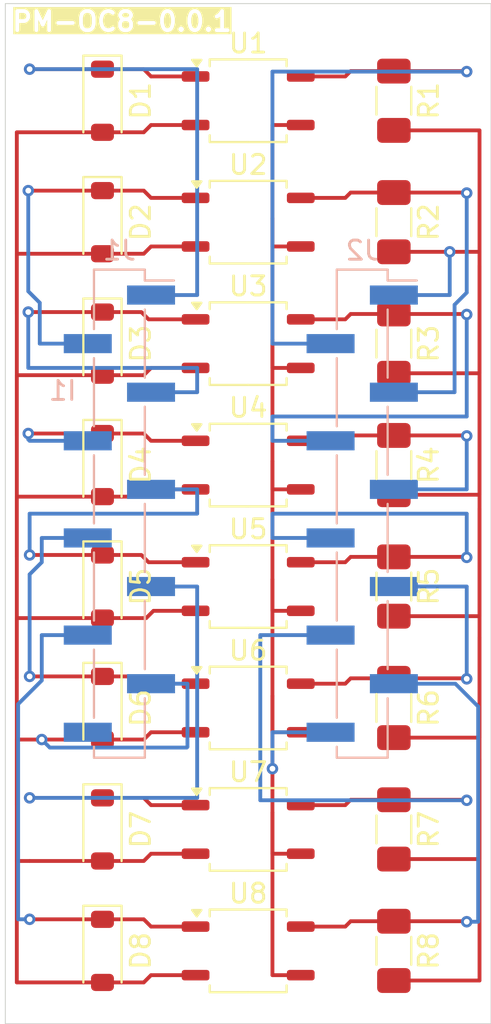
<source format=kicad_pcb>
(kicad_pcb (version 20240108) (generator "pcbnew") (generator_version "8.0")
  (layers (0 "F.Cu" signal) (31 "B.Cu" signal) (34 "B.Paste" user) (35 "F.Paste" user) (36 "B.SilkS" user "B.Silkscreen") (37 "F.SilkS" user "F.Silkscreen") (38 "B.Mask" user) (39 "F.Mask" user) (44 "Edge.Cuts" user))
  (net 0 "")
  (net 1 "Net-(D1-K)")
  (net 2 "Net-(D1-A)")
  (net 4 "+5V")
  (net 5 "Net-(J2-Pin_2)")
  (net 6 "GND")
  (net 7 "Net-(D2-K)")
  (net 8 "Net-(J2-Pin_3)")
  (net 9 "Net-(D3-K)")
  (net 10 "Net-(J2-Pin_4)")
  (net 11 "Net-(D4-K)")
  (net 12 "Net-(J2-Pin_5)")
  (net 13 "Net-(D5-K)")
  (net 14 "Net-(J2-Pin_6)")
  (net 15 "Net-(D6-K)")
  (net 16 "Net-(J2-Pin_7)")
  (net 17 "Net-(D7-K)")
  (net 18 "Net-(J2-Pin_8)")
  (net 19 "Net-(D8-K)")
  (net 20 "Net-(J2-Pin_9)")
  (footprint "Diode_SMD:D_SOD-123" (layer "F.Cu") (at 106.68 100.33 -90)
    (property "Reference" "D4" (at 0 -2 90) (layer "F.SilkS"))
    (property "Value" "1N4148W")
    (fp_line (start -2.36 1) (end 1.65 1) (stroke (width 0.12)) (layer "F.SilkS"))
    (fp_line (start -2.36 -1) (end -2.36 1) (stroke (width 0.12)) (layer "F.SilkS"))
    (fp_line (start -2.36 -1) (end 1.65 -1) (stroke (width 0.12)) (layer "F.SilkS"))
    (pad "1" smd roundrect (at -1.65 0 270) (size 0.9 1.2) (layers "F.Cu" "F.Paste" "F.Mask") (net 11 "Net-(D4-K)"))
    (pad "2" smd roundrect (at 1.65 0 270) (size 0.9 1.2) (layers "F.Cu" "F.Paste" "F.Mask") (net 2 "Net-(D1-A)"))
  )
  (footprint "Package_SO:SOP-4_3.8x4.1mm_P2.54mm" (layer "F.Cu") (at 114.3 106.68)
    (property "Reference" "U5" (at 0 -3 0) (layer "F.SilkS"))
    (property "Value" "PC817")
    (fp_line (start -2.01 -2.16) (end -2.01 -1.805) (stroke (width 0.12)) (layer "F.SilkS"))
    (fp_line (start -2.01 2.16) (end -2.01 1.805) (stroke (width 0.12)) (layer "F.SilkS"))
    (fp_line (start 0 -2.16) (end -2.01 -2.16) (stroke (width 0.12)) (layer "F.SilkS"))
    (fp_line (start 0 -2.16) (end 2.01 -2.16) (stroke (width 0.12)) (layer "F.SilkS"))
    (fp_line (start 0 2.16) (end -2.01 2.16) (stroke (width 0.12)) (layer "F.SilkS"))
    (fp_line (start 0 2.16) (end 2.01 2.16) (stroke (width 0.12)) (layer "F.SilkS"))
    (fp_line (start 2.01 -2.16) (end 2.01 -1.805) (stroke (width 0.12)) (layer "F.SilkS"))
    (fp_line (start 2.01 2.16) (end 2.01 1.805) (stroke (width 0.12)) (layer "F.SilkS"))
    (fp_poly (pts (xy -2.6875 -1.805) (xy -2.9275 -2.135) (xy -2.4475 -2.135) (xy -2.6875 -1.805)) (stroke (width 0.12)) (fill solid) (layer "F.SilkS"))
    (pad "1" smd roundrect (at -2.75 -1.27) (size 1.45 0.55) (layers "F.Cu" "F.Paste" "F.Mask") (net 13 "Net-(D5-K)"))
    (pad "2" smd roundrect (at -2.75 1.27) (size 1.45 0.55) (layers "F.Cu" "F.Paste" "F.Mask") (net 2 "Net-(D1-A)"))
    (pad "3" smd roundrect (at 2.75 1.27) (size 1.45 0.55) (layers "F.Cu" "F.Paste" "F.Mask") (net 6 "GND"))
    (pad "4" smd roundrect (at 2.75 -1.27) (size 1.45 0.55) (layers "F.Cu" "F.Paste" "F.Mask") (net 14 "Net-(J2-Pin_6)"))
  )
  (footprint "Diode_SMD:D_SOD-123" (layer "F.Cu") (at 106.68 87.63 -90)
    (property "Reference" "D2" (at 0 -2 90) (layer "F.SilkS"))
    (property "Value" "1N4148W")
    (fp_line (start -2.36 1) (end 1.65 1) (stroke (width 0.12)) (layer "F.SilkS"))
    (fp_line (start -2.36 -1) (end -2.36 1) (stroke (width 0.12)) (layer "F.SilkS"))
    (fp_line (start -2.36 -1) (end 1.65 -1) (stroke (width 0.12)) (layer "F.SilkS"))
    (pad "1" smd roundrect (at -1.65 0 270) (size 0.9 1.2) (layers "F.Cu" "F.Paste" "F.Mask") (net 7 "Net-(D2-K)"))
    (pad "2" smd roundrect (at 1.65 0 270) (size 0.9 1.2) (layers "F.Cu" "F.Paste" "F.Mask") (net 2 "Net-(D1-A)"))
  )
  (footprint "Diode_SMD:D_SOD-123" (layer "F.Cu") (at 106.68 81.28 -90)
    (property "Reference" "D1" (at 0 -2 90) (layer "F.SilkS"))
    (property "Value" "1N4148W")
    (fp_line (start -2.36 1) (end 1.65 1) (stroke (width 0.12)) (layer "F.SilkS"))
    (fp_line (start -2.36 -1) (end -2.36 1) (stroke (width 0.12)) (layer "F.SilkS"))
    (fp_line (start -2.36 -1) (end 1.65 -1) (stroke (width 0.12)) (layer "F.SilkS"))
    (pad "1" smd roundrect (at -1.65 0 270) (size 0.9 1.2) (layers "F.Cu" "F.Paste" "F.Mask") (net 1 "Net-(D1-K)"))
    (pad "2" smd roundrect (at 1.65 0 270) (size 0.9 1.2) (layers "F.Cu" "F.Paste" "F.Mask") (net 2 "Net-(D1-A)"))
  )
  (footprint "Package_SO:SOP-4_3.8x4.1mm_P2.54mm" (layer "F.Cu") (at 114.3 119.38)
    (property "Reference" "U7" (at 0 -3 0) (layer "F.SilkS"))
    (property "Value" "PC817")
    (fp_line (start -2.01 -2.16) (end -2.01 -1.805) (stroke (width 0.12)) (layer "F.SilkS"))
    (fp_line (start -2.01 2.16) (end -2.01 1.805) (stroke (width 0.12)) (layer "F.SilkS"))
    (fp_line (start 0 -2.16) (end -2.01 -2.16) (stroke (width 0.12)) (layer "F.SilkS"))
    (fp_line (start 0 -2.16) (end 2.01 -2.16) (stroke (width 0.12)) (layer "F.SilkS"))
    (fp_line (start 0 2.16) (end -2.01 2.16) (stroke (width 0.12)) (layer "F.SilkS"))
    (fp_line (start 0 2.16) (end 2.01 2.16) (stroke (width 0.12)) (layer "F.SilkS"))
    (fp_line (start 2.01 -2.16) (end 2.01 -1.805) (stroke (width 0.12)) (layer "F.SilkS"))
    (fp_line (start 2.01 2.16) (end 2.01 1.805) (stroke (width 0.12)) (layer "F.SilkS"))
    (fp_poly (pts (xy -2.6875 -1.805) (xy -2.9275 -2.135) (xy -2.4475 -2.135) (xy -2.6875 -1.805)) (stroke (width 0.12)) (fill solid) (layer "F.SilkS"))
    (pad "1" smd roundrect (at -2.75 -1.27) (size 1.45 0.55) (layers "F.Cu" "F.Paste" "F.Mask") (net 17 "Net-(D7-K)"))
    (pad "2" smd roundrect (at -2.75 1.27) (size 1.45 0.55) (layers "F.Cu" "F.Paste" "F.Mask") (net 2 "Net-(D1-A)"))
    (pad "3" smd roundrect (at 2.75 1.27) (size 1.45 0.55) (layers "F.Cu" "F.Paste" "F.Mask") (net 6 "GND"))
    (pad "4" smd roundrect (at 2.75 -1.27) (size 1.45 0.55) (layers "F.Cu" "F.Paste" "F.Mask") (net 18 "Net-(J2-Pin_8)"))
  )
  (footprint "Package_SO:SOP-4_3.8x4.1mm_P2.54mm" (layer "F.Cu") (at 114.3 125.73)
    (property "Reference" "U8" (at 0 -3 0) (layer "F.SilkS"))
    (property "Value" "PC817")
    (fp_line (start -2.01 -2.16) (end -2.01 -1.805) (stroke (width 0.12)) (layer "F.SilkS"))
    (fp_line (start -2.01 2.16) (end -2.01 1.805) (stroke (width 0.12)) (layer "F.SilkS"))
    (fp_line (start 0 -2.16) (end -2.01 -2.16) (stroke (width 0.12)) (layer "F.SilkS"))
    (fp_line (start 0 -2.16) (end 2.01 -2.16) (stroke (width 0.12)) (layer "F.SilkS"))
    (fp_line (start 0 2.16) (end -2.01 2.16) (stroke (width 0.12)) (layer "F.SilkS"))
    (fp_line (start 0 2.16) (end 2.01 2.16) (stroke (width 0.12)) (layer "F.SilkS"))
    (fp_line (start 2.01 -2.16) (end 2.01 -1.805) (stroke (width 0.12)) (layer "F.SilkS"))
    (fp_line (start 2.01 2.16) (end 2.01 1.805) (stroke (width 0.12)) (layer "F.SilkS"))
    (fp_poly (pts (xy -2.6875 -1.805) (xy -2.9275 -2.135) (xy -2.4475 -2.135) (xy -2.6875 -1.805)) (stroke (width 0.12)) (fill solid) (layer "F.SilkS"))
    (pad "1" smd roundrect (at -2.75 -1.27) (size 1.45 0.55) (layers "F.Cu" "F.Paste" "F.Mask") (net 19 "Net-(D8-K)"))
    (pad "2" smd roundrect (at -2.75 1.27) (size 1.45 0.55) (layers "F.Cu" "F.Paste" "F.Mask") (net 2 "Net-(D1-A)"))
    (pad "3" smd roundrect (at 2.75 1.27) (size 1.45 0.55) (layers "F.Cu" "F.Paste" "F.Mask") (net 6 "GND"))
    (pad "4" smd roundrect (at 2.75 -1.27) (size 1.45 0.55) (layers "F.Cu" "F.Paste" "F.Mask") (net 20 "Net-(J2-Pin_9)"))
  )
  (footprint "Resistor_SMD:R_1206_3216Metric_Pad1.30x1.75mm_HandSolder" (layer "F.Cu") (at 121.92 113.03 -90)
    (property "Reference" "R6" (at 0 -1.82 90) (layer "F.SilkS"))
    (property "Value" "10k")
    (fp_line (start -0.727064 0.91) (end 0.727064 0.91) (stroke (width 0.12)) (layer "F.SilkS"))
    (fp_line (start -0.727064 -0.91) (end 0.727064 -0.91) (stroke (width 0.12)) (layer "F.SilkS"))
    (pad "1" smd roundrect (at -1.55 0 270) (size 1.3 1.75) (layers "F.Cu" "F.Paste" "F.Mask") (roundrect_rratio 0.192308) (net 16 "Net-(J2-Pin_7)"))
    (pad "2" smd roundrect (at 1.55 0 270) (size 1.3 1.75) (layers "F.Cu" "F.Paste" "F.Mask") (roundrect_rratio 0.192308) (net 4 "+5V"))
  )
  (footprint "Package_SO:SOP-4_3.8x4.1mm_P2.54mm" (layer "F.Cu") (at 114.3 113.03)
    (property "Reference" "U6" (at 0 -3 0) (layer "F.SilkS"))
    (property "Value" "PC817")
    (fp_line (start -2.01 -2.16) (end -2.01 -1.805) (stroke (width 0.12)) (layer "F.SilkS"))
    (fp_line (start -2.01 2.16) (end -2.01 1.805) (stroke (width 0.12)) (layer "F.SilkS"))
    (fp_line (start 0 -2.16) (end -2.01 -2.16) (stroke (width 0.12)) (layer "F.SilkS"))
    (fp_line (start 0 -2.16) (end 2.01 -2.16) (stroke (width 0.12)) (layer "F.SilkS"))
    (fp_line (start 0 2.16) (end -2.01 2.16) (stroke (width 0.12)) (layer "F.SilkS"))
    (fp_line (start 0 2.16) (end 2.01 2.16) (stroke (width 0.12)) (layer "F.SilkS"))
    (fp_line (start 2.01 -2.16) (end 2.01 -1.805) (stroke (width 0.12)) (layer "F.SilkS"))
    (fp_line (start 2.01 2.16) (end 2.01 1.805) (stroke (width 0.12)) (layer "F.SilkS"))
    (fp_poly (pts (xy -2.6875 -1.805) (xy -2.9275 -2.135) (xy -2.4475 -2.135) (xy -2.6875 -1.805)) (stroke (width 0.12)) (fill solid) (layer "F.SilkS"))
    (pad "1" smd roundrect (at -2.75 -1.27) (size 1.45 0.55) (layers "F.Cu" "F.Paste" "F.Mask") (net 15 "Net-(D6-K)"))
    (pad "2" smd roundrect (at -2.75 1.27) (size 1.45 0.55) (layers "F.Cu" "F.Paste" "F.Mask") (net 2 "Net-(D1-A)"))
    (pad "3" smd roundrect (at 2.75 1.27) (size 1.45 0.55) (layers "F.Cu" "F.Paste" "F.Mask") (net 6 "GND"))
    (pad "4" smd roundrect (at 2.75 -1.27) (size 1.45 0.55) (layers "F.Cu" "F.Paste" "F.Mask") (net 16 "Net-(J2-Pin_7)"))
  )
  (footprint "Resistor_SMD:R_1206_3216Metric_Pad1.30x1.75mm_HandSolder" (layer "F.Cu") (at 121.92 119.38 -90)
    (property "Reference" "R7" (at 0 -1.82 90) (layer "F.SilkS"))
    (property "Value" "10k")
    (fp_line (start -0.727064 0.91) (end 0.727064 0.91) (stroke (width 0.12)) (layer "F.SilkS"))
    (fp_line (start -0.727064 -0.91) (end 0.727064 -0.91) (stroke (width 0.12)) (layer "F.SilkS"))
    (pad "1" smd roundrect (at -1.55 0 270) (size 1.3 1.75) (layers "F.Cu" "F.Paste" "F.Mask") (roundrect_rratio 0.192308) (net 18 "Net-(J2-Pin_8)"))
    (pad "2" smd roundrect (at 1.55 0 270) (size 1.3 1.75) (layers "F.Cu" "F.Paste" "F.Mask") (roundrect_rratio 0.192308) (net 4 "+5V"))
  )
  (footprint "Resistor_SMD:R_1206_3216Metric_Pad1.30x1.75mm_HandSolder" (layer "F.Cu") (at 121.92 87.63 -90)
    (property "Reference" "R2" (at 0 -1.82 90) (layer "F.SilkS"))
    (property "Value" "10k")
    (fp_line (start -0.727064 0.91) (end 0.727064 0.91) (stroke (width 0.12)) (layer "F.SilkS"))
    (fp_line (start -0.727064 -0.91) (end 0.727064 -0.91) (stroke (width 0.12)) (layer "F.SilkS"))
    (pad "1" smd roundrect (at -1.55 0 270) (size 1.3 1.75) (layers "F.Cu" "F.Paste" "F.Mask") (roundrect_rratio 0.192308) (net 8 "Net-(J2-Pin_3)"))
    (pad "2" smd roundrect (at 1.55 0 270) (size 1.3 1.75) (layers "F.Cu" "F.Paste" "F.Mask") (roundrect_rratio 0.192308) (net 4 "+5V"))
  )
  (footprint "Package_SO:SOP-4_3.8x4.1mm_P2.54mm" (layer "F.Cu") (at 114.3 81.28)
    (property "Reference" "U1" (at 0 -3 0) (layer "F.SilkS"))
    (property "Value" "PC817")
    (fp_line (start -2.01 -2.16) (end -2.01 -1.805) (stroke (width 0.12)) (layer "F.SilkS"))
    (fp_line (start -2.01 2.16) (end -2.01 1.805) (stroke (width 0.12)) (layer "F.SilkS"))
    (fp_line (start 0 -2.16) (end -2.01 -2.16) (stroke (width 0.12)) (layer "F.SilkS"))
    (fp_line (start 0 -2.16) (end 2.01 -2.16) (stroke (width 0.12)) (layer "F.SilkS"))
    (fp_line (start 0 2.16) (end -2.01 2.16) (stroke (width 0.12)) (layer "F.SilkS"))
    (fp_line (start 0 2.16) (end 2.01 2.16) (stroke (width 0.12)) (layer "F.SilkS"))
    (fp_line (start 2.01 -2.16) (end 2.01 -1.805) (stroke (width 0.12)) (layer "F.SilkS"))
    (fp_line (start 2.01 2.16) (end 2.01 1.805) (stroke (width 0.12)) (layer "F.SilkS"))
    (fp_poly (pts (xy -2.6875 -1.805) (xy -2.9275 -2.135) (xy -2.4475 -2.135) (xy -2.6875 -1.805)) (stroke (width 0.12)) (fill solid) (layer "F.SilkS"))
    (pad "1" smd roundrect (at -2.75 -1.27) (size 1.45 0.55) (layers "F.Cu" "F.Paste" "F.Mask") (net 1 "Net-(D1-K)"))
    (pad "2" smd roundrect (at -2.75 1.27) (size 1.45 0.55) (layers "F.Cu" "F.Paste" "F.Mask") (net 2 "Net-(D1-A)"))
    (pad "3" smd roundrect (at 2.75 1.27) (size 1.45 0.55) (layers "F.Cu" "F.Paste" "F.Mask") (net 6 "GND"))
    (pad "4" smd roundrect (at 2.75 -1.27) (size 1.45 0.55) (layers "F.Cu" "F.Paste" "F.Mask") (net 5 "Net-(J2-Pin_2)"))
  )
  (footprint "Package_SO:SOP-4_3.8x4.1mm_P2.54mm" (layer "F.Cu") (at 114.3 87.63)
    (property "Reference" "U2" (at 0 -3 0) (layer "F.SilkS"))
    (property "Value" "PC817")
    (fp_line (start -2.01 -2.16) (end -2.01 -1.805) (stroke (width 0.12)) (layer "F.SilkS"))
    (fp_line (start -2.01 2.16) (end -2.01 1.805) (stroke (width 0.12)) (layer "F.SilkS"))
    (fp_line (start 0 -2.16) (end -2.01 -2.16) (stroke (width 0.12)) (layer "F.SilkS"))
    (fp_line (start 0 -2.16) (end 2.01 -2.16) (stroke (width 0.12)) (layer "F.SilkS"))
    (fp_line (start 0 2.16) (end -2.01 2.16) (stroke (width 0.12)) (layer "F.SilkS"))
    (fp_line (start 0 2.16) (end 2.01 2.16) (stroke (width 0.12)) (layer "F.SilkS"))
    (fp_line (start 2.01 -2.16) (end 2.01 -1.805) (stroke (width 0.12)) (layer "F.SilkS"))
    (fp_line (start 2.01 2.16) (end 2.01 1.805) (stroke (width 0.12)) (layer "F.SilkS"))
    (fp_poly (pts (xy -2.6875 -1.805) (xy -2.9275 -2.135) (xy -2.4475 -2.135) (xy -2.6875 -1.805)) (stroke (width 0.12)) (fill solid) (layer "F.SilkS"))
    (pad "1" smd roundrect (at -2.75 -1.27) (size 1.45 0.55) (layers "F.Cu" "F.Paste" "F.Mask") (net 7 "Net-(D2-K)"))
    (pad "2" smd roundrect (at -2.75 1.27) (size 1.45 0.55) (layers "F.Cu" "F.Paste" "F.Mask") (net 2 "Net-(D1-A)"))
    (pad "3" smd roundrect (at 2.75 1.27) (size 1.45 0.55) (layers "F.Cu" "F.Paste" "F.Mask") (net 6 "GND"))
    (pad "4" smd roundrect (at 2.75 -1.27) (size 1.45 0.55) (layers "F.Cu" "F.Paste" "F.Mask") (net 8 "Net-(J2-Pin_3)"))
  )
  (footprint "Diode_SMD:D_SOD-123" (layer "F.Cu") (at 106.68 106.68 -90)
    (property "Reference" "D5" (at 0 -2 90) (layer "F.SilkS"))
    (property "Value" "1N4148W")
    (fp_line (start -2.36 1) (end 1.65 1) (stroke (width 0.12)) (layer "F.SilkS"))
    (fp_line (start -2.36 -1) (end -2.36 1) (stroke (width 0.12)) (layer "F.SilkS"))
    (fp_line (start -2.36 -1) (end 1.65 -1) (stroke (width 0.12)) (layer "F.SilkS"))
    (pad "1" smd roundrect (at -1.65 0 270) (size 0.9 1.2) (layers "F.Cu" "F.Paste" "F.Mask") (net 13 "Net-(D5-K)"))
    (pad "2" smd roundrect (at 1.65 0 270) (size 0.9 1.2) (layers "F.Cu" "F.Paste" "F.Mask") (net 2 "Net-(D1-A)"))
  )
  (footprint "Resistor_SMD:R_1206_3216Metric_Pad1.30x1.75mm_HandSolder" (layer "F.Cu") (at 121.92 100.33 -90)
    (property "Reference" "R4" (at 0 -1.82 90) (layer "F.SilkS"))
    (property "Value" "10k")
    (fp_line (start -0.727064 0.91) (end 0.727064 0.91) (stroke (width 0.12)) (layer "F.SilkS"))
    (fp_line (start -0.727064 -0.91) (end 0.727064 -0.91) (stroke (width 0.12)) (layer "F.SilkS"))
    (pad "1" smd roundrect (at -1.55 0 270) (size 1.3 1.75) (layers "F.Cu" "F.Paste" "F.Mask") (roundrect_rratio 0.192308) (net 12 "Net-(J2-Pin_5)"))
    (pad "2" smd roundrect (at 1.55 0 270) (size 1.3 1.75) (layers "F.Cu" "F.Paste" "F.Mask") (roundrect_rratio 0.192308) (net 4 "+5V"))
  )
  (footprint "Diode_SMD:D_SOD-123" (layer "F.Cu") (at 106.68 93.98 -90)
    (property "Reference" "D3" (at 0 -2 90) (layer "F.SilkS"))
    (property "Value" "1N4148W")
    (fp_line (start -2.36 1) (end 1.65 1) (stroke (width 0.12)) (layer "F.SilkS"))
    (fp_line (start -2.36 -1) (end -2.36 1) (stroke (width 0.12)) (layer "F.SilkS"))
    (fp_line (start -2.36 -1) (end 1.65 -1) (stroke (width 0.12)) (layer "F.SilkS"))
    (pad "1" smd roundrect (at -1.65 0 270) (size 0.9 1.2) (layers "F.Cu" "F.Paste" "F.Mask") (net 9 "Net-(D3-K)"))
    (pad "2" smd roundrect (at 1.65 0 270) (size 0.9 1.2) (layers "F.Cu" "F.Paste" "F.Mask") (net 2 "Net-(D1-A)"))
  )
  (footprint "Package_SO:SOP-4_3.8x4.1mm_P2.54mm" (layer "F.Cu") (at 114.3 93.98)
    (property "Reference" "U3" (at 0 -3 0) (layer "F.SilkS"))
    (property "Value" "PC817")
    (fp_line (start -2.01 -2.16) (end -2.01 -1.805) (stroke (width 0.12)) (layer "F.SilkS"))
    (fp_line (start -2.01 2.16) (end -2.01 1.805) (stroke (width 0.12)) (layer "F.SilkS"))
    (fp_line (start 0 -2.16) (end -2.01 -2.16) (stroke (width 0.12)) (layer "F.SilkS"))
    (fp_line (start 0 -2.16) (end 2.01 -2.16) (stroke (width 0.12)) (layer "F.SilkS"))
    (fp_line (start 0 2.16) (end -2.01 2.16) (stroke (width 0.12)) (layer "F.SilkS"))
    (fp_line (start 0 2.16) (end 2.01 2.16) (stroke (width 0.12)) (layer "F.SilkS"))
    (fp_line (start 2.01 -2.16) (end 2.01 -1.805) (stroke (width 0.12)) (layer "F.SilkS"))
    (fp_line (start 2.01 2.16) (end 2.01 1.805) (stroke (width 0.12)) (layer "F.SilkS"))
    (fp_poly (pts (xy -2.6875 -1.805) (xy -2.9275 -2.135) (xy -2.4475 -2.135) (xy -2.6875 -1.805)) (stroke (width 0.12)) (fill solid) (layer "F.SilkS"))
    (pad "1" smd roundrect (at -2.75 -1.27) (size 1.45 0.55) (layers "F.Cu" "F.Paste" "F.Mask") (net 9 "Net-(D3-K)"))
    (pad "2" smd roundrect (at -2.75 1.27) (size 1.45 0.55) (layers "F.Cu" "F.Paste" "F.Mask") (net 2 "Net-(D1-A)"))
    (pad "3" smd roundrect (at 2.75 1.27) (size 1.45 0.55) (layers "F.Cu" "F.Paste" "F.Mask") (net 6 "GND"))
    (pad "4" smd roundrect (at 2.75 -1.27) (size 1.45 0.55) (layers "F.Cu" "F.Paste" "F.Mask") (net 10 "Net-(J2-Pin_4)"))
  )
  (footprint "Resistor_SMD:R_1206_3216Metric_Pad1.30x1.75mm_HandSolder" (layer "F.Cu") (at 121.92 106.68 -90)
    (property "Reference" "R5" (at 0 -1.82 90) (layer "F.SilkS"))
    (property "Value" "10k")
    (fp_line (start -0.727064 0.91) (end 0.727064 0.91) (stroke (width 0.12)) (layer "F.SilkS"))
    (fp_line (start -0.727064 -0.91) (end 0.727064 -0.91) (stroke (width 0.12)) (layer "F.SilkS"))
    (pad "1" smd roundrect (at -1.55 0 270) (size 1.3 1.75) (layers "F.Cu" "F.Paste" "F.Mask") (roundrect_rratio 0.192308) (net 14 "Net-(J2-Pin_6)"))
    (pad "2" smd roundrect (at 1.55 0 270) (size 1.3 1.75) (layers "F.Cu" "F.Paste" "F.Mask") (roundrect_rratio 0.192308) (net 4 "+5V"))
  )
  (footprint "Resistor_SMD:R_1206_3216Metric_Pad1.30x1.75mm_HandSolder" (layer "F.Cu") (at 121.92 81.28 -90)
    (property "Reference" "R1" (at 0 -1.82 90) (layer "F.SilkS"))
    (property "Value" "10k")
    (fp_line (start -0.727064 0.91) (end 0.727064 0.91) (stroke (width 0.12)) (layer "F.SilkS"))
    (fp_line (start -0.727064 -0.91) (end 0.727064 -0.91) (stroke (width 0.12)) (layer "F.SilkS"))
    (pad "1" smd roundrect (at -1.55 0 270) (size 1.3 1.75) (layers "F.Cu" "F.Paste" "F.Mask") (roundrect_rratio 0.192308) (net 5 "Net-(J2-Pin_2)"))
    (pad "2" smd roundrect (at 1.55 0 270) (size 1.3 1.75) (layers "F.Cu" "F.Paste" "F.Mask") (roundrect_rratio 0.192308) (net 4 "+5V"))
  )
  (footprint "Diode_SMD:D_SOD-123" (layer "F.Cu") (at 106.68 113.03 -90)
    (property "Reference" "D6" (at 0 -2 90) (layer "F.SilkS"))
    (property "Value" "1N4148W")
    (fp_line (start -2.36 1) (end 1.65 1) (stroke (width 0.12)) (layer "F.SilkS"))
    (fp_line (start -2.36 -1) (end -2.36 1) (stroke (width 0.12)) (layer "F.SilkS"))
    (fp_line (start -2.36 -1) (end 1.65 -1) (stroke (width 0.12)) (layer "F.SilkS"))
    (pad "1" smd roundrect (at -1.65 0 270) (size 0.9 1.2) (layers "F.Cu" "F.Paste" "F.Mask") (net 15 "Net-(D6-K)"))
    (pad "2" smd roundrect (at 1.65 0 270) (size 0.9 1.2) (layers "F.Cu" "F.Paste" "F.Mask") (net 2 "Net-(D1-A)"))
  )
  (footprint "Resistor_SMD:R_1206_3216Metric_Pad1.30x1.75mm_HandSolder" (layer "F.Cu") (at 121.92 125.73 -90)
    (property "Reference" "R8" (at 0 -1.82 90) (layer "F.SilkS"))
    (property "Value" "10k")
    (fp_line (start -0.727064 0.91) (end 0.727064 0.91) (stroke (width 0.12)) (layer "F.SilkS"))
    (fp_line (start -0.727064 -0.91) (end 0.727064 -0.91) (stroke (width 0.12)) (layer "F.SilkS"))
    (pad "1" smd roundrect (at -1.55 0 270) (size 1.3 1.75) (layers "F.Cu" "F.Paste" "F.Mask") (roundrect_rratio 0.192308) (net 20 "Net-(J2-Pin_9)"))
    (pad "2" smd roundrect (at 1.55 0 270) (size 1.3 1.75) (layers "F.Cu" "F.Paste" "F.Mask") (roundrect_rratio 0.192308) (net 4 "+5V"))
  )
  (footprint "Package_SO:SOP-4_3.8x4.1mm_P2.54mm" (layer "F.Cu") (at 114.3 100.33)
    (property "Reference" "U4" (at 0 -3 0) (layer "F.SilkS"))
    (property "Value" "PC817")
    (fp_line (start -2.01 -2.16) (end -2.01 -1.805) (stroke (width 0.12)) (layer "F.SilkS"))
    (fp_line (start -2.01 2.16) (end -2.01 1.805) (stroke (width 0.12)) (layer "F.SilkS"))
    (fp_line (start 0 -2.16) (end -2.01 -2.16) (stroke (width 0.12)) (layer "F.SilkS"))
    (fp_line (start 0 -2.16) (end 2.01 -2.16) (stroke (width 0.12)) (layer "F.SilkS"))
    (fp_line (start 0 2.16) (end -2.01 2.16) (stroke (width 0.12)) (layer "F.SilkS"))
    (fp_line (start 0 2.16) (end 2.01 2.16) (stroke (width 0.12)) (layer "F.SilkS"))
    (fp_line (start 2.01 -2.16) (end 2.01 -1.805) (stroke (width 0.12)) (layer "F.SilkS"))
    (fp_line (start 2.01 2.16) (end 2.01 1.805) (stroke (width 0.12)) (layer "F.SilkS"))
    (fp_poly (pts (xy -2.6875 -1.805) (xy -2.9275 -2.135) (xy -2.4475 -2.135) (xy -2.6875 -1.805)) (stroke (width 0.12)) (fill solid) (layer "F.SilkS"))
    (pad "1" smd roundrect (at -2.75 -1.27) (size 1.45 0.55) (layers "F.Cu" "F.Paste" "F.Mask") (net 11 "Net-(D4-K)"))
    (pad "2" smd roundrect (at -2.75 1.27) (size 1.45 0.55) (layers "F.Cu" "F.Paste" "F.Mask") (net 2 "Net-(D1-A)"))
    (pad "3" smd roundrect (at 2.75 1.27) (size 1.45 0.55) (layers "F.Cu" "F.Paste" "F.Mask") (net 6 "GND"))
    (pad "4" smd roundrect (at 2.75 -1.27) (size 1.45 0.55) (layers "F.Cu" "F.Paste" "F.Mask") (net 12 "Net-(J2-Pin_5)"))
  )
  (footprint "Diode_SMD:D_SOD-123" (layer "F.Cu") (at 106.68 125.73 -90)
    (property "Reference" "D8" (at 0 -2 90) (layer "F.SilkS"))
    (property "Value" "1N4148W")
    (fp_line (start -2.36 1) (end 1.65 1) (stroke (width 0.12)) (layer "F.SilkS"))
    (fp_line (start -2.36 -1) (end -2.36 1) (stroke (width 0.12)) (layer "F.SilkS"))
    (fp_line (start -2.36 -1) (end 1.65 -1) (stroke (width 0.12)) (layer "F.SilkS"))
    (pad "1" smd roundrect (at -1.65 0 270) (size 0.9 1.2) (layers "F.Cu" "F.Paste" "F.Mask") (net 19 "Net-(D8-K)"))
    (pad "2" smd roundrect (at 1.65 0 270) (size 0.9 1.2) (layers "F.Cu" "F.Paste" "F.Mask") (net 2 "Net-(D1-A)"))
  )
  (footprint "Diode_SMD:D_SOD-123" (layer "F.Cu") (at 106.68 119.38 -90)
    (property "Reference" "D7" (at 0 -2 90) (layer "F.SilkS"))
    (property "Value" "1N4148W")
    (fp_line (start -2.36 1) (end 1.65 1) (stroke (width 0.12)) (layer "F.SilkS"))
    (fp_line (start -2.36 -1) (end -2.36 1) (stroke (width 0.12)) (layer "F.SilkS"))
    (fp_line (start -2.36 -1) (end 1.65 -1) (stroke (width 0.12)) (layer "F.SilkS"))
    (pad "1" smd roundrect (at -1.65 0 270) (size 0.9 1.2) (layers "F.Cu" "F.Paste" "F.Mask") (net 17 "Net-(D7-K)"))
    (pad "2" smd roundrect (at 1.65 0 270) (size 0.9 1.2) (layers "F.Cu" "F.Paste" "F.Mask") (net 2 "Net-(D1-A)"))
  )
  (footprint "Resistor_SMD:R_1206_3216Metric_Pad1.30x1.75mm_HandSolder" (layer "F.Cu") (at 121.92 93.98 -90)
    (property "Reference" "R3" (at 0 -1.82 90) (layer "F.SilkS"))
    (property "Value" "10k")
    (fp_line (start -0.727064 0.91) (end 0.727064 0.91) (stroke (width 0.12)) (layer "F.SilkS"))
    (fp_line (start -0.727064 -0.91) (end 0.727064 -0.91) (stroke (width 0.12)) (layer "F.SilkS"))
    (pad "1" smd roundrect (at -1.55 0 270) (size 1.3 1.75) (layers "F.Cu" "F.Paste" "F.Mask") (roundrect_rratio 0.192308) (net 10 "Net-(J2-Pin_4)"))
    (pad "2" smd roundrect (at 1.55 0 270) (size 1.3 1.75) (layers "F.Cu" "F.Paste" "F.Mask") (roundrect_rratio 0.192308) (net 4 "+5V"))
  )
  (footprint "Connector_PinHeader_2.54mm:PinHeader_1x10_P2.54mm_Vertical_SMD_Pin1Left" (layer "B.Cu") (at 107.565 102.87 180)
    (property "Reference" "J1" (at 0 13.76 180) (layer "B.SilkS") (effects (justify mirror)))
    (property "Value" "Conn_01x10_Pin")
    (fp_line (start 1.33 12.76) (end -1.33 12.76) (stroke (width 0.12)) (layer "B.SilkS"))
    (fp_line (start 1.33 9.65) (end 1.33 12.76) (stroke (width 0.12)) (layer "B.SilkS"))
    (fp_line (start 1.33 4.57) (end 1.33 8.13) (stroke (width 0.12)) (layer "B.SilkS"))
    (fp_line (start 1.33 -0.51) (end 1.33 3.05) (stroke (width 0.12)) (layer "B.SilkS"))
    (fp_line (start 1.33 -5.59) (end 1.33 -2.03) (stroke (width 0.12)) (layer "B.SilkS"))
    (fp_line (start 1.33 -10.67) (end 1.33 -7.11) (stroke (width 0.12)) (layer "B.SilkS"))
    (fp_line (start 1.33 -12.76) (end 1.33 -12.19) (stroke (width 0.12)) (layer "B.SilkS"))
    (fp_line (start 1.33 -12.76) (end -1.33 -12.76) (stroke (width 0.12)) (layer "B.SilkS"))
    (fp_line (start -1.33 12.19) (end -1.33 12.76) (stroke (width 0.12)) (layer "B.SilkS"))
    (fp_line (start -1.33 7.11) (end -1.33 10.67) (stroke (width 0.12)) (layer "B.SilkS"))
    (fp_line (start -1.33 2.03) (end -1.33 5.59) (stroke (width 0.12)) (layer "B.SilkS"))
    (fp_line (start -1.33 -3.05) (end -1.33 0.51) (stroke (width 0.12)) (layer "B.SilkS"))
    (fp_line (start -1.33 -8.13) (end -1.33 -4.57) (stroke (width 0.12)) (layer "B.SilkS"))
    (fp_line (start -1.33 -12.76) (end -1.33 -9.65) (stroke (width 0.12)) (layer "B.SilkS"))
    (fp_line (start -2.85 12.19) (end -1.33 12.19) (stroke (width 0.12)) (layer "B.SilkS"))
    (pad "1" smd rect (at -1.655 11.43 180) (size 2.51 1) (layers "B.Cu" "B.Paste" "B.Mask") (net 1 "Net-(D1-K)"))
    (pad "2" smd rect (at 1.655 8.89 180) (size 2.51 1) (layers "B.Cu" "B.Paste" "B.Mask") (net 7 "Net-(D2-K)"))
    (pad "3" smd rect (at -1.655 6.35 180) (size 2.51 1) (layers "B.Cu" "B.Paste" "B.Mask") (net 9 "Net-(D3-K)"))
    (pad "4" smd rect (at 1.655 3.81 180) (size 2.51 1) (layers "B.Cu" "B.Paste" "B.Mask") (net 11 "Net-(D4-K)"))
    (pad "5" smd rect (at -1.655 1.27 180) (size 2.51 1) (layers "B.Cu" "B.Paste" "B.Mask") (net 13 "Net-(D5-K)"))
    (pad "6" smd rect (at 1.655 -1.27 180) (size 2.51 1) (layers "B.Cu" "B.Paste" "B.Mask") (net 15 "Net-(D6-K)"))
    (pad "7" smd rect (at -1.655 -3.81 180) (size 2.51 1) (layers "B.Cu" "B.Paste" "B.Mask") (net 17 "Net-(D7-K)"))
    (pad "8" smd rect (at 1.655 -6.35 180) (size 2.51 1) (layers "B.Cu" "B.Paste" "B.Mask") (net 19 "Net-(D8-K)"))
    (pad "9" smd rect (at -1.655 -8.89 180) (size 2.51 1) (layers "B.Cu" "B.Paste" "B.Mask") (net 2 "Net-(D1-A)"))
    (pad "10" smd rect (at 1.655 -11.43 180) (size 2.51 1) (layers "B.Cu" "B.Paste" "B.Mask"))
  )
  (footprint "Connector_PinHeader_2.54mm:PinHeader_1x10_P2.54mm_Vertical_SMD_Pin1Left" (layer "B.Cu") (at 120.265 102.87 180)
    (property "Reference" "J2" (at 0 13.76 180) (layer "B.SilkS") (effects (justify mirror)))
    (property "Value" "Conn_01x10_Pin")
    (fp_line (start 1.33 12.76) (end -1.33 12.76) (stroke (width 0.12)) (layer "B.SilkS"))
    (fp_line (start 1.33 9.65) (end 1.33 12.76) (stroke (width 0.12)) (layer "B.SilkS"))
    (fp_line (start 1.33 4.57) (end 1.33 8.13) (stroke (width 0.12)) (layer "B.SilkS"))
    (fp_line (start 1.33 -0.51) (end 1.33 3.05) (stroke (width 0.12)) (layer "B.SilkS"))
    (fp_line (start 1.33 -5.59) (end 1.33 -2.03) (stroke (width 0.12)) (layer "B.SilkS"))
    (fp_line (start 1.33 -10.67) (end 1.33 -7.11) (stroke (width 0.12)) (layer "B.SilkS"))
    (fp_line (start 1.33 -12.76) (end 1.33 -12.19) (stroke (width 0.12)) (layer "B.SilkS"))
    (fp_line (start 1.33 -12.76) (end -1.33 -12.76) (stroke (width 0.12)) (layer "B.SilkS"))
    (fp_line (start -1.33 12.19) (end -1.33 12.76) (stroke (width 0.12)) (layer "B.SilkS"))
    (fp_line (start -1.33 7.11) (end -1.33 10.67) (stroke (width 0.12)) (layer "B.SilkS"))
    (fp_line (start -1.33 2.03) (end -1.33 5.59) (stroke (width 0.12)) (layer "B.SilkS"))
    (fp_line (start -1.33 -3.05) (end -1.33 0.51) (stroke (width 0.12)) (layer "B.SilkS"))
    (fp_line (start -1.33 -8.13) (end -1.33 -4.57) (stroke (width 0.12)) (layer "B.SilkS"))
    (fp_line (start -1.33 -12.76) (end -1.33 -9.65) (stroke (width 0.12)) (layer "B.SilkS"))
    (fp_line (start -2.85 12.19) (end -1.33 12.19) (stroke (width 0.12)) (layer "B.SilkS"))
    (pad "1" smd rect (at -1.655 11.43 180) (size 2.51 1) (layers "B.Cu" "B.Paste" "B.Mask") (net 4 "+5V"))
    (pad "2" smd rect (at 1.655 8.89 180) (size 2.51 1) (layers "B.Cu" "B.Paste" "B.Mask") (net 5 "Net-(J2-Pin_2)"))
    (pad "3" smd rect (at -1.655 6.35 180) (size 2.51 1) (layers "B.Cu" "B.Paste" "B.Mask") (net 8 "Net-(J2-Pin_3)"))
    (pad "4" smd rect (at 1.655 3.81 180) (size 2.51 1) (layers "B.Cu" "B.Paste" "B.Mask") (net 10 "Net-(J2-Pin_4)"))
    (pad "5" smd rect (at -1.655 1.27 180) (size 2.51 1) (layers "B.Cu" "B.Paste" "B.Mask") (net 12 "Net-(J2-Pin_5)"))
    (pad "6" smd rect (at 1.655 -1.27 180) (size 2.51 1) (layers "B.Cu" "B.Paste" "B.Mask") (net 14 "Net-(J2-Pin_6)"))
    (pad "7" smd rect (at -1.655 -3.81 180) (size 2.51 1) (layers "B.Cu" "B.Paste" "B.Mask") (net 16 "Net-(J2-Pin_7)"))
    (pad "8" smd rect (at 1.655 -6.35 180) (size 2.51 1) (layers "B.Cu" "B.Paste" "B.Mask") (net 18 "Net-(J2-Pin_8)"))
    (pad "9" smd rect (at -1.655 -8.89 180) (size 2.51 1) (layers "B.Cu" "B.Paste" "B.Mask") (net 20 "Net-(J2-Pin_9)"))
    (pad "10" smd rect (at 1.655 -11.43 180) (size 2.51 1) (layers "B.Cu" "B.Paste" "B.Mask") (net 6 "GND"))
  )
  (gr_rect (start 101.6 76.2) (end 127 129.54) (stroke (width 0.05)) (fill none) (layer "Edge.Cuts"))
  (gr_text "I1" (at 105.41 97.028 0) (layer "B.SilkS") (effects (font (size 1 1)) (justify left bottom mirror)))
  (gr_text "PM-OC8-0.0.1" (at 101.854 77.724 0) (layer "F.SilkS" knockout) (effects (font (size 1 1) (thickness 0.2) (bold yes)) (justify left bottom)))
  (segment (start 109.22 80.01) (end 111.55 80.01) (width 0.2) (layer "F.Cu") (net 1))
  (segment (start 108.84 79.63) (end 109.22 80.01) (width 0.2) (layer "F.Cu") (net 1))
  (segment (start 106.68 79.63) (end 102.871 79.63) (width 0.2) (layer "F.Cu") (net 1))
  (segment (start 106.68 79.63) (end 108.84 79.63) (width 0.2) (layer "F.Cu") (net 1))
  (segment (start 102.871 79.63) (end 102.87 79.629) (width 0.2) (layer "F.Cu") (net 1))
  (via (at 102.87 79.629) (size 0.6) (drill 0.3) (layers "F.Cu" "B.Cu") (net 1))
  (segment (start 111.633 91.44) (end 109.22 91.44) (width 0.2) (layer "B.Cu") (net 1))
  (segment (start 102.87 79.629) (end 111.633 79.629) (width 0.2) (layer "B.Cu") (net 1))
  (segment (start 111.633 79.629) (end 111.633 91.44) (width 0.2) (layer "B.Cu") (net 1))
  (segment (start 109.22 101.6) (end 108.84 101.98) (width 0.2) (layer "F.Cu") (net 2))
  (segment (start 102.2 105.12) (end 102.2 98.77) (width 0.2) (layer "F.Cu") (net 2))
  (segment (start 108.84 101.98) (end 106.68 101.98) (width 0.2) (layer "F.Cu") (net 2))
  (segment (start 102.2 92.42) (end 102.2 89.28) (width 0.2) (layer "F.Cu") (net 2))
  (segment (start 111.55 82.55) (end 109.22 82.55) (width 0.2) (layer "F.Cu") (net 2))
  (segment (start 102.2 118.075) (end 102.2 111.47) (width 0.2) (layer "F.Cu") (net 2))
  (segment (start 109.22 114.3) (end 108.84 114.68) (width 0.2) (layer "F.Cu") (net 2))
  (segment (start 111.55 88.9) (end 109.22 88.9) (width 0.2) (layer "F.Cu") (net 2))
  (segment (start 102.2 111.47) (end 102.2 105.12) (width 0.2) (layer "F.Cu") (net 2))
  (segment (start 102.2 111.47) (end 102.2 108.33) (width 0.2) (layer "F.Cu") (net 2))
  (segment (start 108.84 121.03) (end 106.68 121.03) (width 0.2) (layer "F.Cu") (net 2))
  (segment (start 109.22 88.9) (end 108.84 89.28) (width 0.2) (layer "F.Cu") (net 2))
  (segment (start 102.2 127.38) (end 102.2 121.03) (width 0.2) (layer "F.Cu") (net 2))
  (segment (start 108.84 114.68) (end 106.68 114.68) (width 0.2) (layer "F.Cu") (net 2))
  (segment (start 102.2 98.77) (end 102.2 95.63) (width 0.2) (layer "F.Cu") (net 2))
  (segment (start 102.2 114.68) (end 106.68 114.68) (width 0.2) (layer "F.Cu") (net 2))
  (segment (start 111.55 127) (end 109.22 127) (width 0.2) (layer "F.Cu") (net 2))
  (segment (start 102.2 105.12) (end 102.2 101.98) (width 0.2) (layer "F.Cu") (net 2))
  (segment (start 111.55 114.3) (end 109.22 114.3) (width 0.2) (layer "F.Cu") (net 2))
  (segment (start 108.84 95.63) (end 106.68 95.63) (width 0.2) (layer "F.Cu") (net 2))
  (segment (start 102.2 101.98) (end 106.68 101.98) (width 0.2) (layer "F.Cu") (net 2))
  (segment (start 108.84 82.93) (end 106.68 82.93) (width 0.2) (layer "F.Cu") (net 2))
  (segment (start 109.22 82.55) (end 108.84 82.93) (width 0.2) (layer "F.Cu") (net 2))
  (segment (start 109.22 120.65) (end 108.84 121.03) (width 0.2) (layer "F.Cu") (net 2))
  (segment (start 111.55 95.25) (end 109.22 95.25) (width 0.2) (layer "F.Cu") (net 2))
  (segment (start 102.2 121.03) (end 102.2 118.075) (width 0.2) (layer "F.Cu") (net 2))
  (segment (start 111.55 101.6) (end 109.22 101.6) (width 0.2) (layer "F.Cu") (net 2))
  (segment (start 102.2 95.63) (end 106.68 95.63) (width 0.2) (layer "F.Cu") (net 2))
  (segment (start 102.2 118.075) (end 102.2 114.68) (width 0.2) (layer "F.Cu") (net 2))
  (segment (start 102.87 121.03) (end 102.2 121.03) (width 0.2) (layer "F.Cu") (net 2))
  (segment (start 109.22 95.25) (end 108.84 95.63) (width 0.2) (layer "F.Cu") (net 2))
  (segment (start 102.2 108.33) (end 106.68 108.33) (width 0.2) (layer "F.Cu") (net 2))
  (segment (start 106.68 127.38) (end 102.2 127.38) (width 0.2) (layer "F.Cu") (net 2))
  (segment (start 108.84 127.38) (end 106.68 127.38) (width 0.2) (layer "F.Cu") (net 2))
  (segment (start 102.2 82.93) (end 106.68 82.93) (width 0.2) (layer "F.Cu") (net 2))
  (segment (start 102.2 98.77) (end 102.2 92.42) (width 0.2) (layer "F.Cu") (net 2))
  (segment (start 109.347 107.95) (end 108.967 108.33) (width 0.2) (layer "F.Cu") (net 2))
  (segment (start 102.2 92.42) (end 102.2 82.93) (width 0.2) (layer "F.Cu") (net 2))
  (segment (start 102.2 89.28) (end 106.68 89.28) (width 0.2) (layer "F.Cu") (net 2))
  (segment (start 111.55 120.65) (end 109.22 120.65) (width 0.2) (layer "F.Cu") (net 2))
  (segment (start 111.55 107.95) (end 109.347 107.95) (width 0.2) (layer "F.Cu") (net 2))
  (segment (start 108.967 108.33) (end 106.68 108.33) (width 0.2) (layer "F.Cu") (net 2))
  (segment (start 108.84 89.28) (end 106.68 89.28) (width 0.2) (layer "F.Cu") (net 2))
  (segment (start 106.68 121.03) (end 102.87 121.03) (width 0.2) (layer "F.Cu") (net 2))
  (segment (start 109.22 127) (end 108.84 127.38) (width 0.2) (layer "F.Cu") (net 2))
  (via (at 103.505 114.68) (size 0.6) (drill 0.3) (layers "F.Cu" "B.Cu") (net 2))
  (segment (start 111.125 111.76) (end 109.22 111.76) (width 0.2) (layer "B.Cu") (net 2))
  (segment (start 111.087 115.1) (end 111.125 115.062) (width 0.2) (layer "B.Cu") (net 2))
  (segment (start 111.125 115.062) (end 111.125 111.76) (width 0.2) (layer "B.Cu") (net 2))
  (segment (start 103.505 114.68) (end 103.925 115.1) (width 0.2) (layer "B.Cu") (net 2))
  (segment (start 103.925 115.1) (end 111.087 115.1) (width 0.2) (layer "B.Cu") (net 2))
  (segment (start 126.4 102.616) (end 126.4 95.885) (width 0.2) (layer "F.Cu") (net 4))
  (segment (start 126.4 89.916) (end 126.4 89.18) (width 0.2) (layer "F.Cu") (net 4))
  (segment (start 121.92 95.53) (end 126.4 95.53) (width 0.2) (layer "F.Cu") (net 4))
  (segment (start 121.92 89.18) (end 124.841 89.18) (width 0.2) (layer "F.Cu") (net 4))
  (segment (start 121.92 120.93) (end 126.4 120.93) (width 0.2) (layer "F.Cu") (net 4))
  (segment (start 121.92 127.28) (end 126.4 127.28) (width 0.2) (layer "F.Cu") (net 4))
  (segment (start 126.4 109.347) (end 126.4 102.616) (width 0.2) (layer "F.Cu") (net 4))
  (segment (start 126.4 101.88) (end 126.4 95.885) (width 0.2) (layer "F.Cu") (net 4))
  (segment (start 126.4 120.93) (end 126.4 115.697) (width 0.2) (layer "F.Cu") (net 4))
  (segment (start 126.4 115.697) (end 126.4 109.347) (width 0.2) (layer "F.Cu") (net 4))
  (segment (start 126.4 95.53) (end 126.4 89.916) (width 0.2) (layer "F.Cu") (net 4))
  (segment (start 121.92 114.58) (end 126.4 114.58) (width 0.2) (layer "F.Cu") (net 4))
  (segment (start 126.4 95.885) (end 126.4 89.916) (width 0.2) (layer "F.Cu") (net 4))
  (segment (start 126.4 108.23) (end 126.4 102.616) (width 0.2) (layer "F.Cu") (net 4))
  (segment (start 126.4 114.58) (end 126.4 109.347) (width 0.2) (layer "F.Cu") (net 4))
  (segment (start 121.92 108.23) (end 126.4 108.23) (width 0.2) (layer "F.Cu") (net 4))
  (segment (start 126.4 89.18) (end 124.841 89.18) (width 0.2) (layer "F.Cu") (net 4))
  (segment (start 121.92 82.83) (end 126.4 82.83) (width 0.2) (layer "F.Cu") (net 4))
  (segment (start 126.4 82.83) (end 126.4 89.18) (width 0.2) (layer "F.Cu") (net 4))
  (segment (start 126.4 127.28) (end 126.4 115.697) (width 0.2) (layer "F.Cu") (net 4))
  (segment (start 121.92 101.88) (end 126.4 101.88) (width 0.2) (layer "F.Cu") (net 4))
  (via (at 124.841 89.18) (size 0.6) (drill 0.3) (layers "F.Cu" "B.Cu") (net 4))
  (segment (start 124.841 91.44) (end 121.92 91.44) (width 0.2) (layer "B.Cu") (net 4))
  (segment (start 124.841 89.18) (end 124.841 91.44) (width 0.2) (layer "B.Cu") (net 4))
  (segment (start 121.92 79.73) (end 125.704 79.73) (width 0.2) (layer "F.Cu") (net 5))
  (segment (start 117.05 80.01) (end 119.38 80.01) (width 0.2) (layer "F.Cu") (net 5))
  (segment (start 119.66 79.73) (end 121.92 79.73) (width 0.2) (layer "F.Cu") (net 5))
  (segment (start 119.38 80.01) (end 119.66 79.73) (width 0.2) (layer "F.Cu") (net 5))
  (segment (start 125.704 79.73) (end 125.73 79.756) (width 0.2) (layer "F.Cu") (net 5))
  (via (at 125.73 79.756) (size 0.6) (drill 0.3) (layers "F.Cu" "B.Cu") (net 5))
  (segment (start 115.57 79.756) (end 115.57 93.98) (width 0.2) (layer "B.Cu") (net 5))
  (segment (start 125.73 79.756) (end 115.57 79.756) (width 0.2) (layer "B.Cu") (net 5))
  (segment (start 115.57 93.98) (end 118.61 93.98) (width 0.2) (layer "B.Cu") (net 5))
  (segment (start 115.57 87.42) (end 115.57 88.9) (width 0.2) (layer "F.Cu") (net 6))
  (segment (start 117.05 82.55) (end 115.57 82.55) (width 0.2) (layer "F.Cu") (net 6))
  (segment (start 117.05 107.95) (end 115.57 107.95) (width 0.2) (layer "F.Cu") (net 6))
  (segment (start 117.05 101.6) (end 115.57 101.6) (width 0.2) (layer "F.Cu") (net 6))
  (segment (start 115.57 87.42) (end 115.57 93.77) (width 0.2) (layer "F.Cu") (net 6))
  (segment (start 115.57 107.95) (end 115.57 106.299) (width 0.2) (layer "F.Cu") (net 6))
  (segment (start 115.57 114.3) (end 115.57 112.395) (width 0.2) (layer "F.Cu") (net 6))
  (segment (start 115.57 120.65) (end 115.57 118.491) (width 0.2) (layer "F.Cu") (net 6))
  (segment (start 115.57 127) (end 115.57 118.491) (width 0.2) (layer "F.Cu") (net 6))
  (segment (start 117.05 120.65) (end 115.57 120.65) (width 0.2) (layer "F.Cu") (net 6))
  (segment (start 115.57 106.299) (end 115.57 100.12) (width 0.2) (layer "F.Cu") (net 6))
  (segment (start 117.05 127) (end 115.57 127) (width 0.2) (layer "F.Cu") (net 6))
  (segment (start 115.57 112.395) (end 115.57 106.299) (width 0.2) (layer "F.Cu") (net 6))
  (segment (start 115.57 82.55) (end 115.57 87.42) (width 0.2) (layer "F.Cu") (net 6))
  (segment (start 117.05 114.3) (end 115.57 114.3) (width 0.2) (layer "F.Cu") (net 6))
  (segment (start 115.57 88.9) (end 117.05 88.9) (width 0.2) (layer "F.Cu") (net 6))
  (segment (start 115.57 118.491) (end 115.57 112.395) (width 0.2) (layer "F.Cu") (net 6))
  (segment (start 115.57 93.77) (end 115.57 95.25) (width 0.2) (layer "F.Cu") (net 6))
  (segment (start 115.57 100.12) (end 115.57 93.77) (width 0.2) (layer "F.Cu") (net 6))
  (segment (start 115.57 95.25) (end 117.05 95.25) (width 0.2) (layer "F.Cu") (net 6))
  (segment (start 115.57 101.6) (end 115.57 100.12) (width 0.2) (layer "F.Cu") (net 6))
  (via (at 115.57 116.205) (size 0.6) (drill 0.3) (layers "F.Cu" "B.Cu") (net 6))
  (segment (start 115.57 116.205) (end 115.57 114.3) (width 0.2) (layer "B.Cu") (net 6))
  (segment (start 115.57 114.3) (end 118.61 114.3) (width 0.2) (layer "B.Cu") (net 6))
  (segment (start 108.84 85.98) (end 106.68 85.98) (width 0.2) (layer "F.Cu") (net 7))
  (segment (start 111.55 86.36) (end 109.22 86.36) (width 0.2) (layer "F.Cu") (net 7))
  (segment (start 109.22 86.36) (end 108.84 85.98) (width 0.2) (layer "F.Cu") (net 7))
  (segment (start 106.552 85.98) (end 102.8 85.98) (width 0.2) (layer "F.Cu") (net 7))
  (segment (start 106.68 85.98) (end 106.552 85.98) (width 0.2) (layer "F.Cu") (net 7))
  (via (at 102.8 85.98) (size 0.6) (drill 0.3) (layers "F.Cu" "B.Cu") (net 7))
  (segment (start 103.4 93.98) (end 105.91 93.98) (width 0.2) (layer "B.Cu") (net 7))
  (segment (start 102.8 85.98) (end 102.8 91.243) (width 0.2) (layer "B.Cu") (net 7))
  (segment (start 103.4 91.843) (end 103.4 93.98) (width 0.2) (layer "B.Cu") (net 7))
  (segment (start 102.8 91.243) (end 103.4 91.843) (width 0.2) (layer "B.Cu") (net 7))
  (segment (start 119.66 86.08) (end 121.92 86.08) (width 0.2) (layer "F.Cu") (net 8))
  (segment (start 119.38 86.36) (end 119.66 86.08) (width 0.2) (layer "F.Cu") (net 8))
  (segment (start 125.704 86.08) (end 125.73 86.106) (width 0.2) (layer "F.Cu") (net 8))
  (segment (start 117.05 86.36) (end 119.38 86.36) (width 0.2) (layer "F.Cu") (net 8))
  (segment (start 121.92 86.08) (end 125.704 86.08) (width 0.2) (layer "F.Cu") (net 8))
  (via (at 125.73 86.106) (size 0.6) (drill 0.3) (layers "F.Cu" "B.Cu") (net 8))
  (segment (start 125.095 91.948) (end 125.095 96.52) (width 0.2) (layer "B.Cu") (net 8))
  (segment (start 125.73 86.106) (end 125.73 91.313) (width 0.2) (layer "B.Cu") (net 8))
  (segment (start 125.095 96.52) (end 121.92 96.52) (width 0.2) (layer "B.Cu") (net 8))
  (segment (start 125.73 91.313) (end 125.095 91.948) (width 0.2) (layer "B.Cu") (net 8))
  (segment (start 111.55 92.71) (end 109.093 92.71) (width 0.2) (layer "F.Cu") (net 9))
  (segment (start 109.093 92.71) (end 108.713 92.33) (width 0.2) (layer "F.Cu") (net 9))
  (segment (start 108.713 92.33) (end 106.68 92.33) (width 0.2) (layer "F.Cu") (net 9))
  (segment (start 106.68 92.33) (end 102.8 92.33) (width 0.2) (layer "F.Cu") (net 9))
  (via (at 102.8 92.33) (size 0.6) (drill 0.3) (layers "F.Cu" "B.Cu") (net 9))
  (segment (start 102.8 95.25) (end 111.633 95.25) (width 0.2) (layer "B.Cu") (net 9))
  (segment (start 111.633 95.25) (end 111.633 96.52) (width 0.2) (layer "B.Cu") (net 9))
  (segment (start 111.633 96.52) (end 109.22 96.52) (width 0.2) (layer "B.Cu") (net 9))
  (segment (start 102.8 92.33) (end 102.8 95.25) (width 0.2) (layer "B.Cu") (net 9))
  (segment (start 119.38 92.71) (end 119.66 92.43) (width 0.2) (layer "F.Cu") (net 10))
  (segment (start 119.66 92.43) (end 121.92 92.43) (width 0.2) (layer "F.Cu") (net 10))
  (segment (start 117.05 92.71) (end 119.38 92.71) (width 0.2) (layer "F.Cu") (net 10))
  (segment (start 125.704 92.43) (end 125.73 92.456) (width 0.2) (layer "F.Cu") (net 10))
  (segment (start 121.92 92.43) (end 125.704 92.43) (width 0.2) (layer "F.Cu") (net 10))
  (via (at 125.73 92.456) (size 0.6) (drill 0.3) (layers "F.Cu" "B.Cu") (net 10))
  (segment (start 115.57 99.06) (end 118.61 99.06) (width 0.2) (layer "B.Cu") (net 10))
  (segment (start 125.73 97.79) (end 115.57 97.79) (width 0.2) (layer "B.Cu") (net 10))
  (segment (start 115.57 97.79) (end 115.57 99.06) (width 0.2) (layer "B.Cu") (net 10))
  (segment (start 125.73 92.456) (end 125.73 97.79) (width 0.2) (layer "B.Cu") (net 10))
  (segment (start 111.55 99.06) (end 109.22 99.06) (width 0.2) (layer "F.Cu") (net 11))
  (segment (start 106.68 98.68) (end 106.679 98.679) (width 0.2) (layer "F.Cu") (net 11))
  (segment (start 108.84 98.68) (end 106.68 98.68) (width 0.2) (layer "F.Cu") (net 11))
  (segment (start 109.22 99.06) (end 108.84 98.68) (width 0.2) (layer "F.Cu") (net 11))
  (segment (start 106.679 98.679) (end 102.8 98.679) (width 0.2) (layer "F.Cu") (net 11))
  (via (at 102.8 98.679) (size 0.6) (drill 0.3) (layers "F.Cu" "B.Cu") (net 11))
  (segment (start 102.8 98.679) (end 102.8 98.99) (width 0.2) (layer "B.Cu") (net 11))
  (segment (start 102.8 98.99) (end 102.87 99.06) (width 0.2) (layer "B.Cu") (net 11))
  (segment (start 102.87 99.06) (end 105.91 99.06) (width 0.2) (layer "B.Cu") (net 11))
  (segment (start 119.66 98.78) (end 121.92 98.78) (width 0.2) (layer "F.Cu") (net 12))
  (segment (start 121.92 98.78) (end 125.704 98.78) (width 0.2) (layer "F.Cu") (net 12))
  (segment (start 125.704 98.78) (end 125.73 98.806) (width 0.2) (layer "F.Cu") (net 12))
  (segment (start 117.05 99.06) (end 119.38 99.06) (width 0.2) (layer "F.Cu") (net 12))
  (segment (start 119.38 99.06) (end 119.66 98.78) (width 0.2) (layer "F.Cu") (net 12))
  (via (at 125.73 98.806) (size 0.6) (drill 0.3) (layers "F.Cu" "B.Cu") (net 12))
  (segment (start 125.73 98.806) (end 125.73 101.6) (width 0.2) (layer "B.Cu") (net 12))
  (segment (start 125.73 101.6) (end 121.92 101.6) (width 0.2) (layer "B.Cu") (net 12))
  (segment (start 102.871 105.03) (end 102.87 105.029) (width 0.2) (layer "F.Cu") (net 13))
  (segment (start 111.55 105.41) (end 109.093 105.41) (width 0.2) (layer "F.Cu") (net 13))
  (segment (start 108.713 105.03) (end 106.68 105.03) (width 0.2) (layer "F.Cu") (net 13))
  (segment (start 109.093 105.41) (end 108.713 105.03) (width 0.2) (layer "F.Cu") (net 13))
  (segment (start 106.68 105.03) (end 102.871 105.03) (width 0.2) (layer "F.Cu") (net 13))
  (via (at 102.87 105.029) (size 0.6) (drill 0.3) (layers "F.Cu" "B.Cu") (net 13))
  (segment (start 111.633 101.6) (end 109.22 101.6) (width 0.2) (layer "B.Cu") (net 13))
  (segment (start 102.87 105.029) (end 102.87 102.87) (width 0.2) (layer "B.Cu") (net 13))
  (segment (start 102.87 102.87) (end 111.633 102.87) (width 0.2) (layer "B.Cu") (net 13))
  (segment (start 111.633 102.87) (end 111.633 101.6) (width 0.2) (layer "B.Cu") (net 13))
  (segment (start 119.38 105.41) (end 119.66 105.13) (width 0.2) (layer "F.Cu") (net 14))
  (segment (start 121.92 105.13) (end 125.704 105.13) (width 0.2) (layer "F.Cu") (net 14))
  (segment (start 117.05 105.41) (end 119.38 105.41) (width 0.2) (layer "F.Cu") (net 14))
  (segment (start 119.66 105.13) (end 121.92 105.13) (width 0.2) (layer "F.Cu") (net 14))
  (segment (start 125.704 105.13) (end 125.73 105.156) (width 0.2) (layer "F.Cu") (net 14))
  (via (at 125.73 105.156) (size 0.6) (drill 0.3) (layers "F.Cu" "B.Cu") (net 14))
  (segment (start 115.57 104.14) (end 118.61 104.14) (width 0.2) (layer "B.Cu") (net 14))
  (segment (start 125.73 102.87) (end 115.57 102.87) (width 0.2) (layer "B.Cu") (net 14))
  (segment (start 125.73 105.156) (end 125.73 102.87) (width 0.2) (layer "B.Cu") (net 14))
  (segment (start 115.57 102.87) (end 115.57 104.14) (width 0.2) (layer "B.Cu") (net 14))
  (segment (start 108.84 111.38) (end 106.68 111.38) (width 0.2) (layer "F.Cu") (net 15))
  (segment (start 111.55 111.76) (end 109.22 111.76) (width 0.2) (layer "F.Cu") (net 15))
  (segment (start 106.68 111.38) (end 102.871 111.38) (width 0.2) (layer "F.Cu") (net 15))
  (segment (start 102.871 111.38) (end 102.87 111.379) (width 0.2) (layer "F.Cu") (net 15))
  (segment (start 109.22 111.76) (end 108.84 111.38) (width 0.2) (layer "F.Cu") (net 15))
  (via (at 102.87 111.379) (size 0.6) (drill 0.3) (layers "F.Cu" "B.Cu") (net 15))
  (segment (start 103.505 104.14) (end 105.91 104.14) (width 0.2) (layer "B.Cu") (net 15))
  (segment (start 103.505 105.41) (end 103.505 104.14) (width 0.2) (layer "B.Cu") (net 15))
  (segment (start 102.87 111.379) (end 102.87 106.045) (width 0.2) (layer "B.Cu") (net 15))
  (segment (start 102.87 106.045) (end 103.505 105.41) (width 0.2) (layer "B.Cu") (net 15))
  (segment (start 121.92 111.48) (end 125.704 111.48) (width 0.2) (layer "F.Cu") (net 16))
  (segment (start 119.66 111.48) (end 121.92 111.48) (width 0.2) (layer "F.Cu") (net 16))
  (segment (start 117.05 111.76) (end 119.38 111.76) (width 0.2) (layer "F.Cu") (net 16))
  (segment (start 119.38 111.76) (end 119.66 111.48) (width 0.2) (layer "F.Cu") (net 16))
  (segment (start 125.704 111.48) (end 125.73 111.506) (width 0.2) (layer "F.Cu") (net 16))
  (via (at 125.73 111.506) (size 0.6) (drill 0.3) (layers "F.Cu" "B.Cu") (net 16))
  (segment (start 125.73 111.506) (end 125.73 106.68) (width 0.2) (layer "B.Cu") (net 16))
  (segment (start 125.73 106.68) (end 121.92 106.68) (width 0.2) (layer "B.Cu") (net 16))
  (segment (start 102.871 117.73) (end 102.87 117.729) (width 0.2) (layer "F.Cu") (net 17))
  (segment (start 109.22 118.11) (end 108.84 117.73) (width 0.2) (layer "F.Cu") (net 17))
  (segment (start 111.55 118.11) (end 109.22 118.11) (width 0.2) (layer "F.Cu") (net 17))
  (segment (start 106.68 117.73) (end 102.871 117.73) (width 0.2) (layer "F.Cu") (net 17))
  (segment (start 108.84 117.73) (end 106.68 117.73) (width 0.2) (layer "F.Cu") (net 17))
  (via (at 102.87 117.729) (size 0.6) (drill 0.3) (layers "F.Cu" "B.Cu") (net 17))
  (segment (start 102.87 117.729) (end 111.633 117.729) (width 0.2) (layer "B.Cu") (net 17))
  (segment (start 111.633 117.729) (end 111.633 106.68) (width 0.2) (layer "B.Cu") (net 17))
  (segment (start 111.633 106.68) (end 109.22 106.68) (width 0.2) (layer "B.Cu") (net 17))
  (segment (start 121.92 117.83) (end 125.704 117.83) (width 0.2) (layer "F.Cu") (net 18))
  (segment (start 117.05 118.11) (end 119.38 118.11) (width 0.2) (layer "F.Cu") (net 18))
  (segment (start 119.38 118.11) (end 119.66 117.83) (width 0.2) (layer "F.Cu") (net 18))
  (segment (start 125.704 117.83) (end 125.73 117.856) (width 0.2) (layer "F.Cu") (net 18))
  (segment (start 119.66 117.83) (end 121.92 117.83) (width 0.2) (layer "F.Cu") (net 18))
  (via (at 125.73 117.856) (size 0.6) (drill 0.3) (layers "F.Cu" "B.Cu") (net 18))
  (segment (start 114.935 117.856) (end 114.935 109.22) (width 0.2) (layer "B.Cu") (net 18))
  (segment (start 114.935 109.22) (end 118.61 109.22) (width 0.2) (layer "B.Cu") (net 18))
  (segment (start 125.73 117.856) (end 114.935 117.856) (width 0.2) (layer "B.Cu") (net 18))
  (segment (start 111.55 124.46) (end 109.22 124.46) (width 0.2) (layer "F.Cu") (net 19))
  (segment (start 102.871 124.08) (end 102.87 124.079) (width 0.2) (layer "F.Cu") (net 19))
  (segment (start 108.84 124.08) (end 106.68 124.08) (width 0.2) (layer "F.Cu") (net 19))
  (segment (start 106.68 124.08) (end 102.871 124.08) (width 0.2) (layer "F.Cu") (net 19))
  (segment (start 109.22 124.46) (end 108.84 124.08) (width 0.2) (layer "F.Cu") (net 19))
  (via (at 102.87 124.079) (size 0.6) (drill 0.3) (layers "F.Cu" "B.Cu") (net 19))
  (segment (start 102.27 124.079) (end 102.27 112.827529) (width 0.2) (layer "B.Cu") (net 19))
  (segment (start 103.505 111.592529) (end 103.505 109.22) (width 0.2) (layer "B.Cu") (net 19))
  (segment (start 103.505 109.22) (end 105.91 109.22) (width 0.2) (layer "B.Cu") (net 19))
  (segment (start 102.27 112.827529) (end 103.505 111.592529) (width 0.2) (layer "B.Cu") (net 19))
  (segment (start 102.87 124.079) (end 102.27 124.079) (width 0.2) (layer "B.Cu") (net 19))
  (segment (start 119.66 124.18) (end 121.92 124.18) (width 0.2) (layer "F.Cu") (net 20))
  (segment (start 121.92 124.18) (end 125.704 124.18) (width 0.2) (layer "F.Cu") (net 20))
  (segment (start 117.05 124.46) (end 119.38 124.46) (width 0.2) (layer "F.Cu") (net 20))
  (segment (start 125.704 124.18) (end 125.73 124.206) (width 0.2) (layer "F.Cu") (net 20))
  (segment (start 119.38 124.46) (end 119.66 124.18) (width 0.2) (layer "F.Cu") (net 20))
  (via (at 125.73 124.206) (size 0.6) (drill 0.3) (layers "F.Cu" "B.Cu") (net 20))
  (segment (start 126.33 112.954529) (end 125.135471 111.76) (width 0.2) (layer "B.Cu") (net 20))
  (segment (start 125.135471 111.76) (end 121.92 111.76) (width 0.2) (layer "B.Cu") (net 20))
  (segment (start 125.73 124.206) (end 126.33 124.206) (width 0.2) (layer "B.Cu") (net 20))
  (segment (start 126.33 124.206) (end 126.33 112.954529) (width 0.2) (layer "B.Cu") (net 20))
)
</source>
